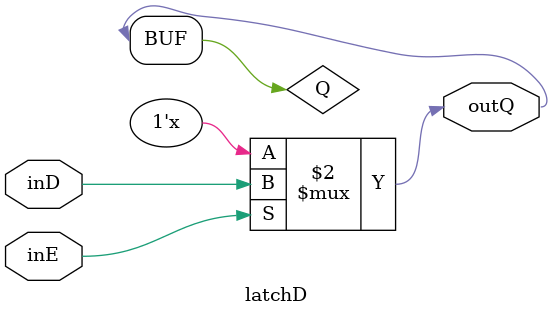
<source format=v>
/* Descripcion HDL de un latch tipo D*/
module latchD(inD, inE, outQ);
  input inD, inE;
  output outQ;
  reg Q;
  always @ (inD or inE)
  if(inE)
  begin
    Q <= inD;
  end
 assign outQ = Q;
endmodule  

</source>
